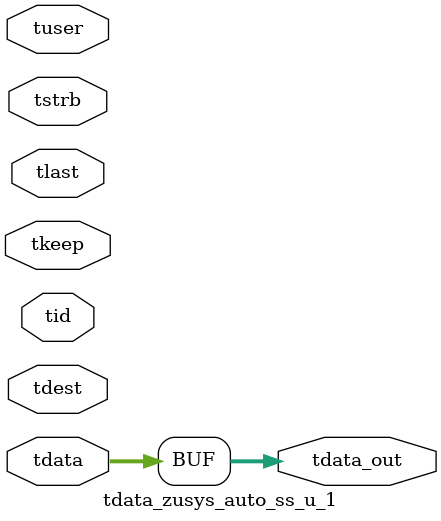
<source format=v>


`timescale 1ps/1ps

module tdata_zusys_auto_ss_u_1 #
(
parameter C_S_AXIS_TDATA_WIDTH = 32,
parameter C_S_AXIS_TUSER_WIDTH = 0,
parameter C_S_AXIS_TID_WIDTH   = 0,
parameter C_S_AXIS_TDEST_WIDTH = 0,
parameter C_M_AXIS_TDATA_WIDTH = 32
)
(
input  [(C_S_AXIS_TDATA_WIDTH == 0 ? 1 : C_S_AXIS_TDATA_WIDTH)-1:0     ] tdata,
input  [(C_S_AXIS_TUSER_WIDTH == 0 ? 1 : C_S_AXIS_TUSER_WIDTH)-1:0     ] tuser,
input  [(C_S_AXIS_TID_WIDTH   == 0 ? 1 : C_S_AXIS_TID_WIDTH)-1:0       ] tid,
input  [(C_S_AXIS_TDEST_WIDTH == 0 ? 1 : C_S_AXIS_TDEST_WIDTH)-1:0     ] tdest,
input  [(C_S_AXIS_TDATA_WIDTH/8)-1:0 ] tkeep,
input  [(C_S_AXIS_TDATA_WIDTH/8)-1:0 ] tstrb,
input                                                                    tlast,
output [C_M_AXIS_TDATA_WIDTH-1:0] tdata_out
);

assign tdata_out = {tdata[31:0]};

endmodule


</source>
